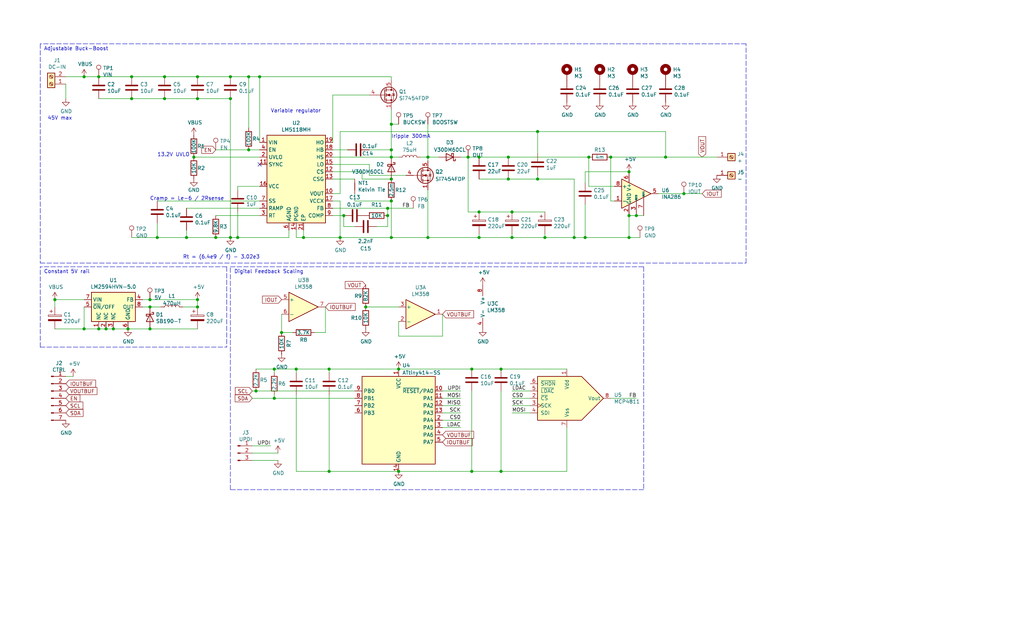
<source format=kicad_sch>
(kicad_sch (version 20211123) (generator eeschema)
  (paper "USLegal")
  (title_block (title "LabPSU Buck-Boost Adjust") (date "2022-02-27") (rev "1") (company "Alan Hsu") (comment 1 "Input 20-45V nominally") (comment 2 "0-40V 0-9A output") (comment 3 "Digital feedback scaling IC with i2c interface"))
  (lib_symbols
    (symbol "Amplifier_Current:INA286" (pin_names (offset 0.127))
      (property "Reference" "U" (at 3.81 3.81 0))
      (property "Value" "INA286" (at 3.81 -2.54 0))
      (symbol "INA286_1_1"
        (pin input line (at -7.62 -2.54 0) (length 2.54) (name "-") (number "1"))
        (pin power_in line (at -2.54 -7.62 90) (length 3.81) (name "GND") (number "2"))
        (pin input line (at 0 -7.62 90) (length 5.08) (name "REF2") (number "3"))
        (pin no_connect line (at -5.08 0 0) (length 2.54) hide (name "NC") (number "4"))
        (pin input line (at 7.62 0 180) (length 2.54) (name "~") (number "5"))
        (pin input line (at -2.54 7.62 270) (length 3.81) (name "V+") (number "6"))
        (pin input line (at 2.54 -7.62 90) (length 6.35) (name "REF1") (number "7"))
        (pin input line (at -7.62 2.54 0) (length 2.54) (name "+") (number "8"))
      )
    )
    (symbol "Amplifier_Operational:LM358" (pin_names (offset 0.127))
      (property "Reference" "U" (at 0 5.08 0))
      (property "Value" "LM358" (at 0 -5.08 0))
      (symbol "LM358_1_1"
        (pin output line (at 7.62 0 180) (length 2.54) (name "~") (number "1"))
        (pin input line (at -7.62 -2.54 0) (length 2.54) (name "-") (number "2"))
        (pin input line (at -7.62 2.54 0) (length 2.54) (name "+") (number "3"))
      )
      (symbol "LM358_2_1"
        (pin input line (at -7.62 2.54 0) (length 2.54) (name "+") (number "5"))
        (pin input line (at -7.62 -2.54 0) (length 2.54) (name "-") (number "6"))
        (pin output line (at 7.62 0 180) (length 2.54) (name "~") (number "7"))
      )
      (symbol "LM358_3_1"
        (pin power_in line (at -2.54 -7.62 90) (length 3.81) (name "V-") (number "4"))
        (pin power_in line (at -2.54 7.62 270) (length 3.81) (name "V+") (number "8"))
      )
    )
    (symbol "Analog_DAC:MCP4811" (pin_names (offset 1.016))
      (property "Reference" "U" (at 1.27 10.795 0))
      (property "Value" "MCP4811" (at 1.27 8.89 0))
      (symbol "MCP4811_1_1"
        (pin power_in line (at 0 10.16 270) (length 2.54) (name "Vdd") (number "1"))
        (pin input line (at -12.7 0 0) (length 2.54) (name "~{CS}") (number "2"))
        (pin input clock (at -12.7 -2.54 0) (length 2.54) (name "SCK") (number "3"))
        (pin input line (at -12.7 -5.08 0) (length 2.54) (name "SDI") (number "4"))
        (pin input line (at -12.7 2.54 0) (length 2.54) (name "~{LDAC}") (number "5"))
        (pin input line (at -12.7 5.08 0) (length 2.54) (name "~{SHDN}") (number "6"))
        (pin power_in line (at 0 -10.16 90) (length 2.54) (name "Vss") (number "7"))
        (pin output line (at 15.24 0 180) (length 2.54) (name "Vout") (number "8"))
      )
    )
    (symbol "Connector:Conn_01x03_Male" (pin_names (offset 1.016) hide)
      (property "Reference" "J" (at 0 5.08 0))
      (property "Value" "Conn_01x03_Male" (at 0 -5.08 0))
      (symbol "Conn_01x03_Male_1_1"
        (pin passive line (at 5.08 2.54 180) (length 3.81) (name "Pin_1") (number "1"))
        (pin passive line (at 5.08 0 180) (length 3.81) (name "Pin_2") (number "2"))
        (pin passive line (at 5.08 -2.54 180) (length 3.81) (name "Pin_3") (number "3"))
      )
    )
    (symbol "Connector:Conn_01x07_Male" (pin_names (offset 1.016) hide)
      (property "Reference" "J" (at 0 10.16 0))
      (property "Value" "Conn_01x07_Male" (at 0 -10.16 0))
      (symbol "Conn_01x07_Male_1_1"
        (pin passive line (at 5.08 7.62 180) (length 3.81) (name "Pin_1") (number "1"))
        (pin passive line (at 5.08 5.08 180) (length 3.81) (name "Pin_2") (number "2"))
        (pin passive line (at 5.08 2.54 180) (length 3.81) (name "Pin_3") (number "3"))
        (pin passive line (at 5.08 0 180) (length 3.81) (name "Pin_4") (number "4"))
        (pin passive line (at 5.08 -2.54 180) (length 3.81) (name "Pin_5") (number "5"))
        (pin passive line (at 5.08 -5.08 180) (length 3.81) (name "Pin_6") (number "6"))
        (pin passive line (at 5.08 -7.62 180) (length 3.81) (name "Pin_7") (number "7"))
      )
    )
    (symbol "Connector:Screw_Terminal_01x01" (pin_names (offset 1.016) hide)
      (property "Reference" "J" (at 0 2.54 0))
      (property "Value" "Screw_Terminal_01x01" (at 0 -2.54 0))
      (symbol "Screw_Terminal_01x01_1_1"
        (pin passive line (at -5.08 0 0) (length 3.81) (name "Pin_1") (number "1"))
      )
    )
    (symbol "Connector:Screw_Terminal_01x02" (pin_names (offset 1.016) hide)
      (property "Reference" "J" (at 0 2.54 0))
      (property "Value" "Screw_Terminal_01x02" (at 0 -5.08 0))
      (symbol "Screw_Terminal_01x02_1_1"
        (pin passive line (at -5.08 0 0) (length 3.81) (name "Pin_1") (number "1"))
        (pin passive line (at -5.08 -2.54 0) (length 3.81) (name "Pin_2") (number "2"))
      )
    )
    (symbol "Connector:TestPoint" (pin_numbers hide) (pin_names (offset 0.762) hide)
      (property "Reference" "TP" (at 0 6.858 0))
      (property "Value" "TestPoint" (at 0 5.08 0))
      (symbol "TestPoint_1_1"
        (pin passive line (at 0 0 90) (length 2.54) (name "1") (number "1"))
      )
    )
    (symbol "Device:C" (pin_numbers hide) (pin_names (offset 0.254))
      (property "Reference" "C" (at 0.635 2.54 0))
      (property "Value" "C" (at 0.635 -2.54 0))
      (symbol "C_1_1"
        (pin passive line (at 0 3.81 270) (length 2.794) (name "~") (number "1"))
        (pin passive line (at 0 -3.81 90) (length 2.794) (name "~") (number "2"))
      )
    )
    (symbol "Device:CP" (pin_numbers hide) (pin_names (offset 0.254))
      (property "Reference" "C" (at 0.635 2.54 0))
      (property "Value" "Device_CP" (at 0.635 -2.54 0))
      (symbol "CP_1_1"
        (pin passive line (at 0 3.81 270) (length 2.794) (name "~") (number "1"))
        (pin passive line (at 0 -3.81 90) (length 2.794) (name "~") (number "2"))
      )
    )
    (symbol "Device:D_Schottky" (pin_numbers hide) (pin_names (offset 1.016) hide)
      (property "Reference" "D" (at 0 2.54 0))
      (property "Value" "D_Schottky" (at 0 -2.54 0))
      (symbol "D_Schottky_1_1"
        (pin passive line (at -3.81 0 0) (length 2.54) (name "K") (number "1"))
        (pin passive line (at 3.81 0 180) (length 2.54) (name "A") (number "2"))
      )
    )
    (symbol "Device:L" (pin_numbers hide) (pin_names (offset 1.016) hide)
      (property "Reference" "L" (at -1.27 0 90))
      (property "Value" "L" (at 1.905 0 90))
      (symbol "L_1_1"
        (pin passive line (at 0 3.81 270) (length 1.27) (name "1") (number "1"))
        (pin passive line (at 0 -3.81 90) (length 1.27) (name "2") (number "2"))
      )
    )
    (symbol "Device:Net-Tie_2" (pin_numbers hide) (pin_names (offset 0) hide)
      (property "Reference" "NT" (at 0 1.27 0))
      (property "Value" "Device_Net-Tie_2" (at 0 -1.27 0))
      (symbol "Net-Tie_2_1_1"
        (pin passive line (at -2.54 0 0) (length 2.54) (name "1") (number "1"))
        (pin passive line (at 2.54 0 180) (length 2.54) (name "2") (number "2"))
      )
    )
    (symbol "Device:R" (pin_numbers hide) (pin_names (offset 0))
      (property "Reference" "R" (at 2.032 0 90))
      (property "Value" "R" (at 0 0 90))
      (symbol "R_1_1"
        (pin passive line (at 0 3.81 270) (length 1.27) (name "~") (number "1"))
        (pin passive line (at 0 -3.81 90) (length 1.27) (name "~") (number "2"))
      )
    )
    (symbol "MCU_Microchip_ATtiny:ATtiny414-SS"
      (property "Reference" "U" (at -12.7 16.51 0))
      (property "Value" "ATtiny414-SS" (at 2.54 -16.51 0))
      (symbol "ATtiny414-SS_1_1"
        (pin power_in line (at 0 17.78 270) (length 2.54) (name "VCC") (number "1"))
        (pin bidirectional line (at 15.24 10.16 180) (length 2.54) (name "~{RESET}/PA0") (number "10"))
        (pin bidirectional line (at 15.24 7.62 180) (length 2.54) (name "PA1") (number "11"))
        (pin bidirectional line (at 15.24 5.08 180) (length 2.54) (name "PA2") (number "12"))
        (pin bidirectional line (at 15.24 2.54 180) (length 2.54) (name "PA3") (number "13"))
        (pin power_in line (at 0 -17.78 90) (length 2.54) (name "GND") (number "14"))
        (pin bidirectional line (at 15.24 0 180) (length 2.54) (name "PA4") (number "2"))
        (pin bidirectional line (at 15.24 -2.54 180) (length 2.54) (name "PA5") (number "3"))
        (pin bidirectional line (at 15.24 -5.08 180) (length 2.54) (name "PA6") (number "4"))
        (pin bidirectional line (at 15.24 -7.62 180) (length 2.54) (name "PA7") (number "5"))
        (pin bidirectional line (at -15.24 2.54 0) (length 2.54) (name "PB3") (number "6"))
        (pin bidirectional line (at -15.24 5.08 0) (length 2.54) (name "PB2") (number "7"))
        (pin bidirectional line (at -15.24 7.62 0) (length 2.54) (name "PB1") (number "8"))
        (pin bidirectional line (at -15.24 10.16 0) (length 2.54) (name "PB0") (number "9"))
      )
    )
    (symbol "Mechanical:MountingHole_Pad" (pin_numbers hide) (pin_names (offset 1.016) hide)
      (property "Reference" "H" (at 0 6.35 0))
      (property "Value" "MountingHole_Pad" (at 0 4.445 0))
      (symbol "MountingHole_Pad_1_1"
        (pin input line (at 0 -2.54 90) (length 2.54) (name "1") (number "1"))
      )
    )
    (symbol "Regulator_Switching:LM2594HVN-5.0"
      (property "Reference" "U" (at -7.62 6.35 0))
      (property "Value" "LM2594HVN-5.0" (at 0 6.35 0))
      (symbol "LM2594HVN-5.0_1_1"
        (pin passive line (at -5.08 -7.62 90) (length 2.54) (name "NC") (number "1"))
        (pin passive line (at -2.54 -7.62 90) (length 2.54) (name "NC") (number "2"))
        (pin passive line (at 0 -7.62 90) (length 2.54) (name "NC") (number "3"))
        (pin input line (at 10.16 2.54 180) (length 2.54) (name "FB") (number "4"))
        (pin input line (at -10.16 0 0) (length 2.54) (name "~{ON}/OFF") (number "5"))
        (pin power_in line (at 5.08 -7.62 90) (length 2.54) (name "GND") (number "6"))
        (pin power_in line (at -10.16 2.54 0) (length 2.54) (name "VIN") (number "7"))
        (pin output line (at 10.16 0 180) (length 2.54) (name "OUT") (number "8"))
      )
    )
    (symbol "Regulator_Switching:LM5118MH"
      (property "Reference" "U" (at -12.7 19.05 0))
      (property "Value" "LM5118MH" (at -12.7 16.51 0))
      (symbol "LM5118MH_1_1"
        (pin power_in line (at -12.7 12.7 0) (length 2.54) (name "VIN") (number "1"))
        (pin input line (at 12.7 -5.08 180) (length 2.54) (name "VOUT") (number "10"))
        (pin input line (at -12.7 5.08 0) (length 2.54) (name "SYNC") (number "11"))
        (pin input line (at 12.7 2.54 180) (length 2.54) (name "CS") (number "12"))
        (pin input line (at 12.7 0 180) (length 2.54) (name "CSG") (number "13"))
        (pin power_in line (at 0 -17.78 90) (length 2.54) (name "PGND") (number "14"))
        (pin output line (at 12.7 5.08 180) (length 2.54) (name "LO") (number "15"))
        (pin power_out line (at -12.7 -2.54 0) (length 2.54) (name "VCC") (number "16"))
        (pin power_in line (at 12.7 -7.62 180) (length 2.54) (name "VCCX") (number "17"))
        (pin passive line (at 12.7 10.16 180) (length 2.54) (name "HB") (number "18"))
        (pin output line (at 12.7 12.7 180) (length 2.54) (name "HO") (number "19"))
        (pin input line (at -12.7 7.62 0) (length 2.54) (name "UVLO") (number "2"))
        (pin passive line (at 12.7 7.62 180) (length 2.54) (name "HS") (number "20"))
        (pin passive line (at 2.54 -17.78 90) (length 2.54) (name "EP") (number "21"))
        (pin passive line (at -12.7 -12.7 0) (length 2.54) (name "RT") (number "3"))
        (pin input line (at -12.7 10.16 0) (length 2.54) (name "EN") (number "4"))
        (pin passive line (at -12.7 -10.16 0) (length 2.54) (name "RAMP") (number "5"))
        (pin power_in line (at -2.54 -17.78 90) (length 2.54) (name "AGND") (number "6"))
        (pin passive line (at -12.7 -7.62 0) (length 2.54) (name "SS") (number "7"))
        (pin input line (at 12.7 -10.16 180) (length 2.54) (name "FB") (number "8"))
        (pin output line (at 12.7 -12.7 180) (length 2.54) (name "COMP") (number "9"))
      )
    )
    (symbol "Transistor_FET:Si7336ADP" (pin_names hide)
      (property "Reference" "Q" (at 5.08 1.905 0))
      (property "Value" "Si7336ADP" (at 5.08 0 0))
      (symbol "Si7336ADP_1_1"
        (pin passive line (at 2.54 -5.08 90) (length 2.54) (name "S") (number "1"))
        (pin passive line (at 2.54 -5.08 90) (length 2.54) hide (name "S") (number "2"))
        (pin passive line (at 2.54 -5.08 90) (length 2.54) hide (name "S") (number "3"))
        (pin input line (at -5.08 0 0) (length 2.54) (name "G") (number "4"))
        (pin passive line (at 2.54 5.08 270) (length 2.54) (name "D") (number "5"))
      )
    )
    (symbol "power:+5V" (power) (pin_names (offset 0))
      (property "Value" "+5V" (at 0 3.556 0))
      (symbol "+5V_1_1"
        (pin power_in line (at 0 0 90) (length 0) hide (name "+5V") (number "1"))
      )
    )
    (symbol "power:GND" (power) (pin_names (offset 0))
      (property "Value" "GND" (at 0 -3.81 0))
      (symbol "GND_1_1"
        (pin power_in line (at 0 0 270) (length 0) hide (name "GND") (number "1"))
      )
    )
    (symbol "power:VBUS" (power) (pin_names (offset 0))
      (property "Value" "VBUS" (at 0 3.81 0))
      (symbol "VBUS_1_1"
        (pin power_in line (at 0 0 90) (length 0) hide (name "VBUS") (number "1"))
      )
    )
  )
  (junction (at 134.62 72.39))
  (junction (at 138.43 128.27))
  (junction (at 57.15 34.29))
  (junction (at 135.89 82.55))
  (junction (at 86.36 52.07))
  (junction (at 218.44 74.93))
  (junction (at 212.09 54.61))
  (junction (at 138.43 163.83))
  (junction (at 204.47 54.61))
  (junction (at 105.41 82.55))
  (junction (at 186.69 45.72))
  (junction (at 177.8 73.66))
  (junction (at 68.58 34.29))
  (junction (at 95.25 138.43))
  (junction (at 86.36 26.67))
  (junction (at 80.01 26.67))
  (junction (at 54.61 82.55))
  (junction (at 52.07 106.68))
  (junction (at 127 106.68))
  (junction (at 135.89 43.18))
  (junction (at 220.98 74.93))
  (junction (at 45.72 34.29))
  (junction (at 74.93 82.55))
  (junction (at 218.44 59.69))
  (junction (at 102.87 128.27))
  (junction (at 148.59 54.61))
  (junction (at 95.25 128.27))
  (junction (at 57.15 26.67))
  (junction (at 166.37 54.61))
  (junction (at 186.69 62.23))
  (junction (at 68.58 26.67))
  (junction (at 166.37 82.55))
  (junction (at 199.39 82.55))
  (junction (at 82.55 82.55))
  (junction (at 114.3 128.27))
  (junction (at 118.11 82.55))
  (junction (at 36.83 114.3))
  (junction (at 29.21 114.3))
  (junction (at 80.01 82.55))
  (junction (at 173.99 163.83))
  (junction (at 135.89 54.61))
  (junction (at 189.23 82.55))
  (junction (at 64.77 82.55))
  (junction (at 135.89 52.07))
  (junction (at 68.58 104.14))
  (junction (at 19.05 104.14))
  (junction (at 166.37 73.66))
  (junction (at 148.59 82.55))
  (junction (at 163.83 163.83))
  (junction (at 114.3 163.83))
  (junction (at 177.8 82.55))
  (junction (at 162.56 54.61))
  (junction (at 97.79 115.57))
  (junction (at 134.62 74.93))
  (junction (at 231.14 54.61))
  (junction (at 218.44 82.55))
  (junction (at 29.21 26.67))
  (junction (at 135.89 62.23))
  (junction (at 173.99 128.27))
  (junction (at 34.29 26.67))
  (junction (at 39.37 114.3))
  (junction (at 88.9 135.89))
  (junction (at 34.29 114.3))
  (junction (at 67.31 54.61))
  (junction (at 237.49 67.31))
  (junction (at 45.72 26.67))
  (junction (at 163.83 128.27))
  (junction (at 119.38 74.93))
  (junction (at 68.58 106.68))
  (junction (at 80.01 34.29))
  (junction (at 90.17 26.67))
  (junction (at 176.53 54.61))
  (junction (at 52.07 104.14))
  (junction (at 52.07 114.3))
  (junction (at 44.45 114.3))
  (junction (at 176.53 62.23))
  (junction (at 135.89 69.85))
  (junction (at 203.2 82.55))
  (no_connect (at 90.17 57.15))
  (wire (pts (xy 102.87 128.27) (xy 102.87 129.54)))
  (polyline (pts (xy 259.08 15.24) (xy 13.97 15.24)))
  (wire (pts (xy 54.61 82.55) (xy 64.77 82.55)))
  (wire (pts (xy 80.01 34.29) (xy 80.01 82.55)))
  (wire (pts (xy 138.43 116.84) (xy 153.67 116.84)))
  (polyline (pts (xy 259.08 91.44) (xy 259.08 15.24)))
  (wire (pts (xy 173.99 163.83) (xy 196.85 163.83)))
  (wire (pts (xy 118.11 82.55) (xy 105.41 82.55)))
  (wire (pts (xy 119.38 74.93) (xy 115.57 74.93)))
  (wire (pts (xy 39.37 114.3) (xy 44.45 114.3)))
  (wire (pts (xy 82.55 82.55) (xy 100.33 82.55)))
  (wire (pts (xy 204.47 64.77) (xy 204.47 54.61)))
  (wire (pts (xy 52.07 106.68) (xy 55.88 106.68)))
  (wire (pts (xy 52.07 114.3) (xy 68.58 114.3)))
  (wire (pts (xy 196.85 163.83) (xy 196.85 148.59)))
  (wire (pts (xy 113.03 106.68) (xy 113.03 115.57)))
  (wire (pts (xy 74.93 74.93) (xy 90.17 74.93)))
  (wire (pts (xy 153.67 140.97) (xy 160.02 140.97)))
  (wire (pts (xy 19.05 104.14) (xy 29.21 104.14)))
  (wire (pts (xy 115.57 72.39) (xy 134.62 72.39)))
  (wire (pts (xy 123.19 62.23) (xy 115.57 62.23)))
  (wire (pts (xy 105.41 82.55) (xy 105.41 80.01)))
  (wire (pts (xy 189.23 81.28) (xy 189.23 82.55)))
  (wire (pts (xy 222.25 82.55) (xy 218.44 82.55)))
  (polyline (pts (xy 80.01 170.18) (xy 80.01 92.71)))
  (wire (pts (xy 162.56 73.66) (xy 162.56 54.61)))
  (wire (pts (xy 135.89 62.23) (xy 125.73 62.23)))
  (wire (pts (xy 148.59 54.61) (xy 152.4 54.61)))
  (wire (pts (xy 173.99 128.27) (xy 163.83 128.27)))
  (wire (pts (xy 64.77 80.01) (xy 64.77 82.55)))
  (wire (pts (xy 135.89 26.67) (xy 90.17 26.67)))
  (wire (pts (xy 118.11 67.31) (xy 118.11 45.72)))
  (wire (pts (xy 102.87 80.01) (xy 102.87 82.55)))
  (wire (pts (xy 203.2 71.12) (xy 203.2 82.55)))
  (wire (pts (xy 162.56 73.66) (xy 166.37 73.66)))
  (wire (pts (xy 212.09 138.43) (xy 220.98 138.43)))
  (wire (pts (xy 82.55 64.77) (xy 90.17 64.77)))
  (wire (pts (xy 86.36 52.07) (xy 74.93 52.07)))
  (wire (pts (xy 45.72 34.29) (xy 57.15 34.29)))
  (wire (pts (xy 29.21 114.3) (xy 34.29 114.3)))
  (wire (pts (xy 119.38 78.74) (xy 119.38 74.93)))
  (wire (pts (xy 203.2 59.69) (xy 203.2 63.5)))
  (polyline (pts (xy 223.52 170.18) (xy 80.01 170.18)))
  (wire (pts (xy 166.37 82.55) (xy 177.8 82.55)))
  (wire (pts (xy 212.09 54.61) (xy 212.09 69.85)))
  (wire (pts (xy 82.55 73.66) (xy 82.55 82.55)))
  (wire (pts (xy 127 106.68) (xy 138.43 106.68)))
  (wire (pts (xy 177.8 81.28) (xy 177.8 82.55)))
  (wire (pts (xy 184.15 143.51) (xy 177.8 143.51)))
  (wire (pts (xy 102.87 137.16) (xy 102.87 163.83)))
  (wire (pts (xy 68.58 104.14) (xy 52.07 104.14)))
  (wire (pts (xy 86.36 26.67) (xy 90.17 26.67)))
  (wire (pts (xy 34.29 34.29) (xy 45.72 34.29)))
  (wire (pts (xy 231.14 54.61) (xy 248.92 54.61)))
  (wire (pts (xy 148.59 55.88) (xy 148.59 54.61)))
  (wire (pts (xy 153.67 138.43) (xy 160.02 138.43)))
  (wire (pts (xy 97.79 115.57) (xy 101.6 115.57)))
  (wire (pts (xy 86.36 52.07) (xy 90.17 52.07)))
  (wire (pts (xy 87.63 154.94) (xy 93.98 154.94)))
  (wire (pts (xy 22.86 130.81) (xy 25.4 130.81)))
  (wire (pts (xy 68.58 106.68) (xy 68.58 104.14)))
  (wire (pts (xy 231.14 45.72) (xy 231.14 54.61)))
  (wire (pts (xy 115.57 54.61) (xy 135.89 54.61)))
  (polyline (pts (xy 78.74 92.71) (xy 78.74 120.65)))
  (wire (pts (xy 87.63 138.43) (xy 95.25 138.43)))
  (wire (pts (xy 237.49 67.31) (xy 243.84 67.31)))
  (wire (pts (xy 29.21 114.3) (xy 19.05 114.3)))
  (wire (pts (xy 130.81 78.74) (xy 134.62 78.74)))
  (wire (pts (xy 64.77 72.39) (xy 90.17 72.39)))
  (wire (pts (xy 166.37 81.28) (xy 166.37 82.55)))
  (wire (pts (xy 173.99 135.89) (xy 173.99 163.83)))
  (wire (pts (xy 199.39 82.55) (xy 203.2 82.55)))
  (wire (pts (xy 135.89 82.55) (xy 148.59 82.55)))
  (polyline (pts (xy 13.97 120.65) (xy 13.97 92.71)))
  (wire (pts (xy 176.53 62.23) (xy 166.37 62.23)))
  (wire (pts (xy 115.57 33.02) (xy 128.27 33.02)))
  (wire (pts (xy 218.44 59.69) (xy 203.2 59.69)))
  (wire (pts (xy 118.11 45.72) (xy 186.69 45.72)))
  (polyline (pts (xy 13.97 91.44) (xy 259.08 91.44)))
  (wire (pts (xy 128.27 52.07) (xy 135.89 52.07)))
  (wire (pts (xy 176.53 54.61) (xy 204.47 54.61)))
  (wire (pts (xy 95.25 129.54) (xy 95.25 128.27)))
  (wire (pts (xy 95.25 138.43) (xy 123.19 138.43)))
  (wire (pts (xy 88.9 135.89) (xy 123.19 135.89)))
  (wire (pts (xy 19.05 106.68) (xy 19.05 104.14)))
  (wire (pts (xy 177.8 73.66) (xy 189.23 73.66)))
  (wire (pts (xy 153.67 135.89) (xy 160.02 135.89)))
  (wire (pts (xy 166.37 54.61) (xy 176.53 54.61)))
  (wire (pts (xy 34.29 114.3) (xy 36.83 114.3)))
  (wire (pts (xy 138.43 111.76) (xy 138.43 116.84)))
  (wire (pts (xy 220.98 74.93) (xy 223.52 74.93)))
  (wire (pts (xy 163.83 135.89) (xy 163.83 163.83)))
  (wire (pts (xy 102.87 128.27) (xy 114.3 128.27)))
  (wire (pts (xy 177.8 82.55) (xy 189.23 82.55)))
  (wire (pts (xy 88.9 135.89) (xy 87.63 135.89)))
  (wire (pts (xy 90.17 26.67) (xy 90.17 49.53)))
  (wire (pts (xy 218.44 74.93) (xy 220.98 74.93)))
  (wire (pts (xy 153.67 116.84) (xy 153.67 109.22)))
  (wire (pts (xy 135.89 52.07) (xy 135.89 43.18)))
  (wire (pts (xy 115.57 49.53) (xy 115.57 33.02)))
  (wire (pts (xy 228.6 67.31) (xy 237.49 67.31)))
  (wire (pts (xy 80.01 82.55) (xy 82.55 82.55)))
  (polyline (pts (xy 13.97 15.24) (xy 13.97 91.44)))
  (wire (pts (xy 153.67 148.59) (xy 160.02 148.59)))
  (wire (pts (xy 64.77 82.55) (xy 74.93 82.55)))
  (wire (pts (xy 22.86 26.67) (xy 29.21 26.67)))
  (wire (pts (xy 135.89 54.61) (xy 135.89 52.07)))
  (wire (pts (xy 22.86 34.29) (xy 22.86 29.21)))
  (wire (pts (xy 114.3 128.27) (xy 138.43 128.27)))
  (wire (pts (xy 87.63 160.02) (xy 96.52 160.02)))
  (wire (pts (xy 100.33 82.55) (xy 100.33 80.01)))
  (wire (pts (xy 166.37 73.66) (xy 177.8 73.66)))
  (wire (pts (xy 160.02 143.51) (xy 153.67 143.51)))
  (wire (pts (xy 186.69 45.72) (xy 231.14 45.72)))
  (wire (pts (xy 109.22 115.57) (xy 113.03 115.57)))
  (wire (pts (xy 148.59 43.18) (xy 148.59 54.61)))
  (wire (pts (xy 186.69 53.34) (xy 186.69 45.72)))
  (wire (pts (xy 95.25 128.27) (xy 102.87 128.27)))
  (wire (pts (xy 134.62 72.39) (xy 143.51 72.39)))
  (wire (pts (xy 54.61 69.85) (xy 90.17 69.85)))
  (wire (pts (xy 114.3 129.54) (xy 114.3 128.27)))
  (wire (pts (xy 68.58 26.67) (xy 80.01 26.67)))
  (wire (pts (xy 90.17 54.61) (xy 67.31 54.61)))
  (wire (pts (xy 162.56 54.61) (xy 166.37 54.61)))
  (wire (pts (xy 114.3 163.83) (xy 138.43 163.83)))
  (wire (pts (xy 115.57 67.31) (xy 118.11 67.31)))
  (wire (pts (xy 45.72 82.55) (xy 54.61 82.55)))
  (wire (pts (xy 186.69 62.23) (xy 199.39 62.23)))
  (wire (pts (xy 63.5 106.68) (xy 68.58 106.68)))
  (wire (pts (xy 125.73 59.69) (xy 125.73 62.23)))
  (wire (pts (xy 74.93 82.55) (xy 80.01 82.55)))
  (wire (pts (xy 203.2 82.55) (xy 218.44 82.55)))
  (wire (pts (xy 115.57 59.69) (xy 125.73 59.69)))
  (wire (pts (xy 118.11 69.85) (xy 118.11 82.55)))
  (wire (pts (xy 138.43 54.61) (xy 135.89 54.61)))
  (polyline (pts (xy 223.52 92.71) (xy 223.52 170.18)))
  (wire (pts (xy 123.19 67.31) (xy 123.19 69.85)))
  (wire (pts (xy 128.27 60.96) (xy 128.27 57.15)))
  (wire (pts (xy 184.15 135.89) (xy 177.8 135.89)))
  (wire (pts (xy 134.62 72.39) (xy 134.62 74.93)))
  (wire (pts (xy 120.65 52.07) (xy 115.57 52.07)))
  (wire (pts (xy 36.83 114.3) (xy 39.37 114.3)))
  (wire (pts (xy 138.43 128.27) (xy 163.83 128.27)))
  (wire (pts (xy 115.57 69.85) (xy 118.11 69.85)))
  (wire (pts (xy 102.87 82.55) (xy 105.41 82.55)))
  (wire (pts (xy 212.09 69.85) (xy 213.36 69.85)))
  (wire (pts (xy 87.63 157.48) (xy 96.52 157.48)))
  (wire (pts (xy 115.57 57.15) (xy 128.27 57.15)))
  (wire (pts (xy 45.72 26.67) (xy 57.15 26.67)))
  (wire (pts (xy 80.01 26.67) (xy 86.36 26.67)))
  (wire (pts (xy 86.36 44.45) (xy 86.36 26.67)))
  (wire (pts (xy 135.89 43.18) (xy 135.89 38.1)))
  (wire (pts (xy 118.11 82.55) (xy 135.89 82.55)))
  (wire (pts (xy 138.43 43.18) (xy 135.89 43.18)))
  (wire (pts (xy 95.25 138.43) (xy 95.25 137.16)))
  (wire (pts (xy 135.89 27.94) (xy 135.89 26.67)))
  (wire (pts (xy 140.97 60.96) (xy 128.27 60.96)))
  (wire (pts (xy 57.15 34.29) (xy 68.58 34.29)))
  (wire (pts (xy 34.29 26.67) (xy 29.21 26.67)))
  (wire (pts (xy 148.59 82.55) (xy 166.37 82.55)))
  (wire (pts (xy 160.02 54.61) (xy 162.56 54.61)))
  (wire (pts (xy 54.61 77.47) (xy 54.61 82.55)))
  (wire (pts (xy 212.09 54.61) (xy 231.14 54.61)))
  (wire (pts (xy 184.15 138.43) (xy 177.8 138.43)))
  (wire (pts (xy 95.25 128.27) (xy 88.9 128.27)))
  (wire (pts (xy 123.19 78.74) (xy 119.38 78.74)))
  (wire (pts (xy 97.79 115.57) (xy 97.79 109.22)))
  (wire (pts (xy 176.53 62.23) (xy 186.69 62.23)))
  (wire (pts (xy 135.89 69.85) (xy 123.19 69.85)))
  (wire (pts (xy 146.05 54.61) (xy 148.59 54.61)))
  (wire (pts (xy 196.85 128.27) (xy 173.99 128.27)))
  (wire (pts (xy 34.29 26.67) (xy 45.72 26.67)))
  (wire (pts (xy 134.62 78.74) (xy 134.62 74.93)))
  (wire (pts (xy 138.43 163.83) (xy 163.83 163.83)))
  (wire (pts (xy 163.83 163.83) (xy 173.99 163.83)))
  (wire (pts (xy 52.07 104.14) (xy 49.53 104.14)))
  (polyline (pts (xy 13.97 120.65) (xy 78.74 120.65)))
  (wire (pts (xy 148.59 66.04) (xy 148.59 82.55)))
  (wire (pts (xy 177.8 140.97) (xy 184.15 140.97)))
  (wire (pts (xy 57.15 26.67) (xy 68.58 26.67)))
  (wire (pts (xy 213.36 64.77) (xy 204.47 64.77)))
  (wire (pts (xy 189.23 82.55) (xy 199.39 82.55)))
  (wire (pts (xy 114.3 163.83) (xy 102.87 163.83)))
  (wire (pts (xy 135.89 69.85) (xy 135.89 82.55)))
  (wire (pts (xy 44.45 114.3) (xy 52.07 114.3)))
  (polyline (pts (xy 80.01 92.71) (xy 223.52 92.71)))
  (wire (pts (xy 186.69 60.96) (xy 186.69 62.23)))
  (wire (pts (xy 114.3 137.16) (xy 114.3 163.83)))
  (wire (pts (xy 82.55 66.04) (xy 82.55 64.77)))
  (wire (pts (xy 49.53 106.68) (xy 52.07 106.68)))
  (wire (pts (xy 153.67 146.05) (xy 160.02 146.05)))
  (wire (pts (xy 218.44 74.93) (xy 218.44 82.55)))
  (wire (pts (xy 199.39 62.23) (xy 199.39 82.55)))
  (wire (pts (xy 80.01 34.29) (xy 68.58 34.29)))
  (wire (pts (xy 29.21 106.68) (xy 29.21 114.3)))
  (polyline (pts (xy 78.74 92.71) (xy 13.97 92.71)))
  (text "Adjustable Buck-Boost" (at 15.24 17.78 0) (effects (font (size 1.27 1.27)) (justify left bottom)))
  (text "Cramp = Le-6 / 2Rsense" (at 52.07 69.85 0) (effects (font (size 1.27 1.27)) (justify left bottom)))
  (text "Iripple 300mA" (at 135.89 48.26 0) (effects (font (size 1.27 1.27)) (justify left bottom)))
  (text "Rt = (6.4e9 / f) - 3.02e3" (at 63.5 90.17 0) (effects (font (size 1.27 1.27)) (justify left bottom)))
  (text "45V max" (at 16.51 41.91 0) (effects (font (size 1.27 1.27)) (justify left bottom)))
  (text "13.2V UVLO" (at 54.61 54.61 0) (effects (font (size 1.27 1.27)) (justify left bottom)))
  (text "Digital Feedback Scaling" (at 81.28 95.25 0) (effects (font (size 1.27 1.27)) (justify left bottom)))
  (text "Variable regulator" (at 93.98 39.37 0) (effects (font (size 1.27 1.27)) (justify left bottom)))
  (text "Constant 5V rail" (at 15.24 95.25 0) (effects (font (size 1.27 1.27)) (justify left bottom)))
  (label "CS0" (at 177.8 138.43 0))
  (label "CS0" (at 160.02 146.05 180))
  (label "MOSI" (at 177.8 143.51 0))
  (label "FB" (at 220.98 138.43 180))
  (label "LDAC" (at 160.02 148.59 180))
  (label "SCK" (at 160.02 143.51 180))
  (label "FB" (at 142.24 72.39 180))
  (label "MISO" (at 160.02 140.97 180))
  (label "UPDI" (at 93.98 154.94 180))
  (label "MOSI" (at 160.02 138.43 180))
  (label "LDAC" (at 177.8 135.89 0))
  (label "UPDI" (at 160.02 135.89 180))
  (label "SCK" (at 177.8 140.97 0))
  (global_label "IOUTBUF" (shape input) (at 22.86 133.35 0) (property "Intersheet References" "${INTERSHEET_REFS}" (effects hide)))
  (global_label "VOUTBUF" (shape input) (at 153.67 151.13 0) (property "Intersheet References" "${INTERSHEET_REFS}" (effects hide)))
  (global_label "VOUT" (shape input) (at 127 99.06 180) (property "Intersheet References" "${INTERSHEET_REFS}" (effects hide)))
  (global_label "EN" (shape input) (at 74.93 52.07 180) (property "Intersheet References" "${INTERSHEET_REFS}" (effects hide)))
  (global_label "SCL" (shape input) (at 22.86 140.97 0) (property "Intersheet References" "${INTERSHEET_REFS}" (effects hide)))
  (global_label "IOUTBUF" (shape input) (at 153.67 153.67 0) (property "Intersheet References" "${INTERSHEET_REFS}" (effects hide)))
  (global_label "VOUT" (shape input) (at 243.84 54.61 90) (property "Intersheet References" "${INTERSHEET_REFS}" (effects hide)))
  (global_label "IOUTBUF" (shape input) (at 113.03 106.68 0) (property "Intersheet References" "${INTERSHEET_REFS}" (effects hide)))
  (global_label "VOUTBUF" (shape input) (at 153.67 109.22 0) (property "Intersheet References" "${INTERSHEET_REFS}" (effects hide)))
  (global_label "IOUT" (shape input) (at 243.84 67.31 0) (property "Intersheet References" "${INTERSHEET_REFS}" (effects hide)))
  (global_label "SDA" (shape input) (at 22.86 143.51 0) (property "Intersheet References" "${INTERSHEET_REFS}" (effects hide)))
  (global_label "SCL" (shape input) (at 87.63 135.89 180) (property "Intersheet References" "${INTERSHEET_REFS}" (effects hide)))
  (global_label "EN" (shape input) (at 22.86 138.43 0) (property "Intersheet References" "${INTERSHEET_REFS}" (effects hide)))
  (global_label "IOUT" (shape input) (at 97.79 104.14 180) (property "Intersheet References" "${INTERSHEET_REFS}" (effects hide)))
  (global_label "VOUTBUF" (shape input) (at 22.86 135.89 0) (property "Intersheet References" "${INTERSHEET_REFS}" (effects hide)))
  (global_label "SDA" (shape input) (at 87.63 138.43 180) (property "Intersheet References" "${INTERSHEET_REFS}" (effects hide)))
  (symbol (lib_id "Connector:Screw_Terminal_01x02") (at 17.78 29.21 180) (unit 1)
    (property "Reference" "J1" (at 19.8628 20.955 0))
    (property "Value" "DC-IN" (at 19.8628 23.2664 0))
    (property "Footprint" "Connector_AMASS:AMASS_XT60-F_1x02_P7.20mm_Vertical" (effects hide))
  )
  (symbol (lib_id "power:VBUS") (at 29.21 26.67 0) (unit 1)
    (property "Reference" "#PWR05" (effects hide))
    (property "Value" "VBUS" (at 29.591 22.2758 0))
  )
  (symbol (lib_id "power:GND") (at 22.86 34.29 0) (unit 1)
    (property "Reference" "#PWR02" (effects hide))
    (property "Value" "GND" (at 22.987 38.6842 0))
  )
  (symbol (lib_id "Device:C") (at 34.29 30.48 0) (unit 1)
    (property "Reference" "C2" (at 37.211 29.3116 0) (effects (justify left)))
    (property "Value" "10uF" (at 37.211 31.623 0) (effects (justify left)))
    (property "Footprint" "Capacitor_SMD:C_1206_3216Metric" (effects hide))
  )
  (symbol (lib_id "Device:C") (at 45.72 30.48 0) (unit 1)
    (property "Reference" "C3" (at 48.641 29.3116 0) (effects (justify left)))
    (property "Value" "10uF" (at 48.641 31.623 0) (effects (justify left)))
    (property "Footprint" "Capacitor_SMD:C_1206_3216Metric" (effects hide))
  )
  (symbol (lib_id "Device:C") (at 64.77 76.2 0) (unit 1)
    (property "Reference" "C6" (at 67.691 75.0316 0) (effects (justify left)))
    (property "Value" "0.1uF" (at 67.691 77.343 0) (effects (justify left)))
    (property "Footprint" "Capacitor_SMD:C_0603_1608Metric" (effects hide))
  )
  (symbol (lib_id "Device:C") (at 57.15 30.48 0) (unit 1)
    (property "Reference" "C5" (at 60.071 29.3116 0) (effects (justify left)))
    (property "Value" "10uF" (at 60.071 31.623 0) (effects (justify left)))
    (property "Footprint" "Capacitor_SMD:C_1206_3216Metric" (effects hide))
  )
  (symbol (lib_id "Device:C") (at 68.58 30.48 0) (unit 1)
    (property "Reference" "C7" (at 71.501 29.3116 0) (effects (justify left)))
    (property "Value" "10uF" (at 71.501 31.623 0) (effects (justify left)))
    (property "Footprint" "Capacitor_SMD:C_1206_3216Metric" (effects hide))
  )
  (symbol (lib_id "Transistor_FET:Si7336ADP") (at 133.35 33.02 0) (unit 1)
    (property "Reference" "Q1" (at 138.5316 31.8516 0) (effects (justify left)))
    (property "Value" "Si7454FDP" (at 138.5316 34.163 0) (effects (justify left)))
    (property "Footprint" "Package_SO:PowerPAK_SO-8_Single" (effects hide))
    (property "Datasheet" "https://www.vishay.com/docs/73152/si7336adp.pdf" (effects hide))
  )
  (symbol (lib_id "Transistor_FET:Si7336ADP") (at 146.05 60.96 0) (unit 1)
    (property "Reference" "Q2" (at 151.13 59.69 0) (effects (justify left)))
    (property "Value" "Si7454FDP" (at 151.13 62.23 0) (effects (justify left)))
    (property "Footprint" "Package_SO:PowerPAK_SO-8_Single" (effects hide))
    (property "Datasheet" "https://www.vishay.com/docs/73152/si7336adp.pdf" (effects hide))
  )
  (symbol (lib_id "Device:C") (at 82.55 69.85 0) (unit 1)
    (property "Reference" "C10" (at 85.471 68.6816 0) (effects (justify left)))
    (property "Value" "1uF" (at 85.471 70.993 0) (effects (justify left)))
    (property "Footprint" "Capacitor_SMD:C_0805_2012Metric" (effects hide))
  )
  (symbol (lib_id "Device:C") (at 80.01 30.48 0) (unit 1)
    (property "Reference" "C9" (at 82.931 29.3116 0) (effects (justify left)))
    (property "Value" "0.1uF" (at 82.931 31.623 0) (effects (justify left)))
    (property "Footprint" "Capacitor_SMD:C_0805_2012Metric" (effects hide))
  )
  (symbol (lib_id "Device:C") (at 124.46 52.07 90) (unit 1)
    (property "Reference" "C14" (at 125.73 53.34 90) (effects (justify right)))
    (property "Value" "0.1uF" (at 125.73 50.8 90) (effects (justify right)))
    (property "Footprint" "Capacitor_SMD:C_0805_2012Metric" (effects hide))
  )
  (symbol (lib_id "Device:L") (at 142.24 54.61 90) (unit 1)
    (property "Reference" "L2" (at 142.24 49.784 90))
    (property "Value" "75uH" (at 142.24 52.0954 90))
    (property "Footprint" "footprints:Vishay IHLP8787" (effects hide))
  )
  (symbol (lib_id "Device:R") (at 86.36 48.26 0) (unit 1)
    (property "Reference" "R4" (at 87.63 48.26 0) (effects (justify left)))
    (property "Value" "100K" (at 86.36 48.26 90))
    (property "Footprint" "Resistor_SMD:R_0805_2012Metric" (effects hide))
  )
  (symbol (lib_id "Device:R") (at 74.93 78.74 0) (unit 1)
    (property "Reference" "R3" (at 76.2 78.74 0) (effects (justify left)))
    (property "Value" "9.8K" (at 74.93 78.74 90))
    (property "Footprint" "Resistor_SMD:R_0805_2012Metric" (effects hide))
  )
  (symbol (lib_id "Device:D_Schottky") (at 156.21 54.61 180) (unit 1)
    (property "Reference" "D3" (at 156.21 49.53 0))
    (property "Value" "V30DM60CL" (at 156.21 52.07 0))
    (property "Footprint" "footprints:TO-263AC-3" (effects hide))
  )
  (symbol (lib_id "Device:C") (at 166.37 58.42 0) (unit 1)
    (property "Reference" "C17" (at 169.291 57.2516 0) (effects (justify left)))
    (property "Value" "22uF" (at 169.291 59.563 0) (effects (justify left)))
    (property "Footprint" "Capacitor_SMD:C_2220_5650Metric" (effects hide))
  )
  (symbol (lib_id "Device:D_Schottky") (at 135.89 58.42 270) (unit 1)
    (property "Reference" "D2" (at 133.35 57.15 90) (effects (justify right)))
    (property "Value" "V30DM60CL" (at 133.35 59.69 90) (effects (justify right)))
    (property "Footprint" "footprints:TO-263AC-3" (effects hide))
  )
  (symbol (lib_id "Device:R") (at 208.28 54.61 270) (unit 1)
    (property "Reference" "R13" (at 208.28 52.07 90))
    (property "Value" "4m" (at 208.28 54.61 90))
    (property "Footprint" "Resistor_SMD:R_1206_3216Metric" (effects hide))
  )
  (symbol (lib_id "Device:C") (at 54.61 73.66 0) (unit 1)
    (property "Reference" "C4" (at 57.531 72.4916 0) (effects (justify left)))
    (property "Value" "0.1uF" (at 57.531 74.803 0) (effects (justify left)))
    (property "Footprint" "Capacitor_SMD:C_0603_1608Metric" (effects hide))
  )
  (symbol (lib_id "Device:R") (at 135.89 66.04 0) (unit 1)
    (property "Reference" "R12" (at 137.16 66.04 0) (effects (justify left)))
    (property "Value" "2.5m" (at 135.89 66.04 90))
    (property "Footprint" "Resistor_SMD:R_2512_6332Metric" (effects hide))
  )
  (symbol (lib_id "power:GND") (at 118.11 82.55 0) (unit 1)
    (property "Reference" "#PWR014" (effects hide))
    (property "Value" "GND" (at 118.237 86.9442 0))
  )
  (symbol (lib_id "power:GND") (at 80.01 82.55 0) (unit 1)
    (property "Reference" "#PWR010" (effects hide))
    (property "Value" "GND" (at 80.137 86.9442 0))
  )
  (symbol (lib_id "Device:C") (at 176.53 58.42 0) (unit 1)
    (property "Reference" "C20" (at 179.451 57.2516 0) (effects (justify left)))
    (property "Value" "22uF" (at 179.451 59.563 0) (effects (justify left)))
    (property "Footprint" "Capacitor_SMD:C_2220_5650Metric" (effects hide))
  )
  (symbol (lib_id "Device:C") (at 186.69 57.15 0) (unit 1)
    (property "Reference" "C22" (at 189.611 55.9816 0) (effects (justify left)))
    (property "Value" "1uF" (at 189.611 58.293 0) (effects (justify left)))
    (property "Footprint" "Capacitor_SMD:C_0805_2012Metric" (effects hide))
  )
  (symbol (lib_id "Device:R") (at 127 102.87 0) (unit 1)
    (property "Reference" "R9" (at 125.73 102.87 0) (effects (justify right)))
    (property "Value" "82K" (at 127 102.87 90))
    (property "Footprint" "Resistor_SMD:R_0805_2012Metric" (effects hide))
  )
  (symbol (lib_id "Device:R") (at 130.81 74.93 90) (unit 1)
    (property "Reference" "R11" (at 130.81 71.12 90))
    (property "Value" "10K" (at 130.81 74.93 90))
    (property "Footprint" "Capacitor_SMD:C_0603_1608Metric" (effects hide))
  )
  (symbol (lib_id "Device:C") (at 123.19 74.93 270) (unit 1)
    (property "Reference" "C13" (at 123.19 68.58 90))
    (property "Value" "0.1uF" (at 123.19 71.12 90))
    (property "Footprint" "Capacitor_SMD:C_0603_1608Metric" (effects hide))
  )
  (symbol (lib_id "Device:C") (at 127 78.74 270) (unit 1)
    (property "Reference" "C15" (at 127 86.36 90))
    (property "Value" "2.2nF" (at 127 83.82 90))
    (property "Footprint" "Capacitor_SMD:C_0603_1608Metric" (effects hide))
  )
  (symbol (lib_id "power:+5V") (at 68.58 104.14 0) (unit 1)
    (property "Reference" "#PWR09" (effects hide))
    (property "Value" "+5V" (at 68.961 99.7458 0))
  )
  (symbol (lib_id "Regulator_Switching:LM5118MH") (at 102.87 62.23 0) (unit 1)
    (property "Reference" "U2" (at 102.87 42.7482 0))
    (property "Value" "LM5118MH" (at 102.87 45.0596 0))
    (property "Footprint" "Package_SO:Texas_PWP0020A" (effects hide))
    (property "Datasheet" "https://www.ti.com/lit/ds/symlink/lm5118.pdf" (effects hide))
  )
  (symbol (lib_id "Device:C") (at 203.2 67.31 0) (unit 1)
    (property "Reference" "C25" (at 206.121 66.1416 0) (effects (justify left)))
    (property "Value" "0.1uF" (at 206.121 68.453 0) (effects (justify left)))
    (property "Footprint" "Capacitor_SMD:C_0805_2012Metric" (effects hide))
  )
  (symbol (lib_id "Device:CP") (at 189.23 77.47 0) (unit 1)
    (property "Reference" "C23" (at 192.2272 76.3016 0) (effects (justify left)))
    (property "Value" "220uF" (at 192.2272 78.613 0) (effects (justify left)))
    (property "Footprint" "Capacitor_THT:CP_Radial_D10.0mm_P5.00mm" (effects hide))
  )
  (symbol (lib_id "Device:CP") (at 177.8 77.47 0) (unit 1)
    (property "Reference" "C21" (at 180.7972 76.3016 0) (effects (justify left)))
    (property "Value" "220uF" (at 180.7972 78.613 0) (effects (justify left)))
    (property "Footprint" "Capacitor_THT:CP_Radial_D10.0mm_P5.00mm" (effects hide))
  )
  (symbol (lib_id "Device:CP") (at 166.37 77.47 0) (unit 1)
    (property "Reference" "C18" (at 169.3672 76.3016 0) (effects (justify left)))
    (property "Value" "220uF" (at 169.3672 78.613 0) (effects (justify left)))
    (property "Footprint" "Capacitor_THT:CP_Radial_D10.0mm_P5.00mm" (effects hide))
  )
  (symbol (lib_id "Device:R") (at 127 110.49 0) (unit 1)
    (property "Reference" "R10" (at 125.73 110.49 0) (effects (justify right)))
    (property "Value" "10K" (at 127 110.49 90))
    (property "Footprint" "Resistor_SMD:R_0805_2012Metric" (effects hide))
  )
  (symbol (lib_id "power:GND") (at 167.64 114.3 0) (unit 1)
    (property "Reference" "#PWR019" (effects hide))
    (property "Value" "GND" (at 167.767 118.6942 0))
  )
  (symbol (lib_id "Connector:Conn_01x03_Male") (at 82.55 157.48 0) (unit 1)
    (property "Reference" "J3" (at 85.2932 150.3426 0))
    (property "Value" "UPDI" (at 85.2932 152.654 0))
    (property "Footprint" "Connector_PinHeader_2.54mm:PinHeader_1x03_P2.54mm_Vertical" (effects hide))
  )
  (symbol (lib_id "power:+5V") (at 25.4 130.81 0) (unit 1)
    (property "Reference" "#PWR04" (effects hide))
    (property "Value" "+5V" (at 25.781 126.4158 0))
  )
  (symbol (lib_id "MCU_Microchip_ATtiny:ATtiny414-SS") (at 138.43 146.05 0) (unit 1)
    (property "Reference" "U4" (at 139.7 127 0) (effects (justify left)))
    (property "Value" "ATtiny414-SS" (at 139.7 129.54 0) (effects (justify left)))
    (property "Footprint" "Package_SO:SOIC-14_3.9x8.7mm_P1.27mm" (effects hide))
    (property "Datasheet" "http://ww1.microchip.com/downloads/en/DeviceDoc/40001912A.pdf" (effects hide))
  )
  (symbol (lib_id "power:GND") (at 96.52 160.02 0) (unit 1)
    (property "Reference" "#PWR012" (effects hide))
    (property "Value" "GND" (at 96.647 164.4142 0))
  )
  (symbol (lib_id "Connector:TestPoint") (at 34.29 26.67 0) (unit 1)
    (property "Reference" "TP1" (at 35.7632 23.6728 0) (effects (justify left)))
    (property "Value" "VIN" (at 35.7632 25.9842 0) (effects (justify left)))
    (property "Footprint" "TestPoint:TestPoint_Pad_2.5x2.5mm" (effects hide))
  )
  (symbol (lib_id "Connector:Screw_Terminal_01x01") (at 254 54.61 0) (unit 1)
    (property "Reference" "J4" (at 256.032 53.5432 0) (effects (justify left)))
    (property "Value" "+" (at 256.032 55.8546 0) (effects (justify left)))
    (property "Footprint" "MountingHole:MountingHole_8.4mm_M8_Pad" (effects hide))
  )
  (symbol (lib_id "power:GND") (at 127 114.3 0) (unit 1)
    (property "Reference" "#PWR015" (effects hide))
    (property "Value" "GND" (at 127.127 118.6942 0))
  )
  (symbol (lib_id "power:GND") (at 138.43 163.83 0) (unit 1)
    (property "Reference" "#PWR017" (effects hide))
    (property "Value" "GND" (at 138.557 168.2242 0))
  )
  (symbol (lib_id "Connector:TestPoint") (at 52.07 104.14 0) (unit 1)
    (property "Reference" "TP3" (at 53.5432 101.1428 0) (effects (justify left)))
    (property "Value" "5V" (at 53.5432 103.4542 0) (effects (justify left)))
    (property "Footprint" "TestPoint:TestPoint_Pad_2.5x2.5mm" (effects hide))
  )
  (symbol (lib_id "Amplifier_Operational:LM358") (at 146.05 109.22 0) (unit 1)
    (property "Reference" "U3" (at 146.05 99.8982 0))
    (property "Value" "LM358" (at 146.05 102.2096 0))
    (property "Footprint" "Package_SO:SO-8_3.9x4.9mm_P1.27mm" (effects hide))
    (property "Datasheet" "http://www.ti.com/lit/ds/symlink/lm2904-n.pdf" (effects hide))
  )
  (symbol (lib_id "Amplifier_Operational:LM358") (at 105.41 106.68 0) (unit 2)
    (property "Reference" "U3" (at 105.41 97.3582 0))
    (property "Value" "LM358" (at 105.41 99.6696 0))
    (property "Footprint" "Package_SO:SO-8_3.9x4.9mm_P1.27mm" (effects hide))
    (property "Datasheet" "http://www.ti.com/lit/ds/symlink/lm2904-n.pdf" (effects hide))
  )
  (symbol (lib_id "Amplifier_Operational:LM358") (at 170.18 106.68 0) (unit 3)
    (property "Reference" "U3" (at 169.1132 105.5116 0) (effects (justify left)))
    (property "Value" "LM358" (at 169.1132 107.823 0) (effects (justify left)))
    (property "Footprint" "Package_SO:SO-8_3.9x4.9mm_P1.27mm" (effects hide))
    (property "Datasheet" "http://www.ti.com/lit/ds/symlink/lm2904-n.pdf" (effects hide))
  )
  (symbol (lib_id "Mechanical:MountingHole_Pad") (at 196.85 25.4 0) (unit 1)
    (property "Reference" "H1" (at 199.39 24.1554 0) (effects (justify left)))
    (property "Value" "M3" (at 199.39 26.4668 0) (effects (justify left)))
    (property "Footprint" "MountingHole:MountingHole_3.2mm_M3_Pad" (effects hide))
  )
  (symbol (lib_id "Mechanical:MountingHole_Pad") (at 208.28 25.4 0) (unit 1)
    (property "Reference" "H2" (at 210.82 24.1554 0) (effects (justify left)))
    (property "Value" "M3" (at 210.82 26.4668 0) (effects (justify left)))
    (property "Footprint" "MountingHole:MountingHole_3.2mm_M3_Pad" (effects hide))
  )
  (symbol (lib_id "Connector:TestPoint") (at 74.93 52.07 0) (unit 1)
    (property "Reference" "TP4" (at 76.4032 49.0728 0) (effects (justify left)))
    (property "Value" "EN" (at 76.4032 51.3842 0) (effects (justify left)))
    (property "Footprint" "TestPoint:TestPoint_Pad_2.5x2.5mm" (effects hide))
  )
  (symbol (lib_id "Mechanical:MountingHole_Pad") (at 219.71 25.4 0) (unit 1)
    (property "Reference" "H3" (at 222.25 24.1554 0) (effects (justify left)))
    (property "Value" "M3" (at 222.25 26.4668 0) (effects (justify left)))
    (property "Footprint" "MountingHole:MountingHole_3.2mm_M3_Pad" (effects hide))
  )
  (symbol (lib_id "Device:R") (at 67.31 50.8 0) (unit 1)
    (property "Reference" "R1" (at 69.85 50.8 0))
    (property "Value" "100K" (at 67.31 50.8 90))
    (property "Footprint" "Resistor_SMD:R_0805_2012Metric" (effects hide))
  )
  (symbol (lib_id "Mechanical:MountingHole_Pad") (at 231.14 25.4 0) (unit 1)
    (property "Reference" "H4" (at 233.68 24.1554 0) (effects (justify left)))
    (property "Value" "M3" (at 233.68 26.4668 0) (effects (justify left)))
    (property "Footprint" "MountingHole:MountingHole_3.2mm_M3_Pad" (effects hide))
  )
  (symbol (lib_id "Device:R") (at 67.31 58.42 0) (unit 1)
    (property "Reference" "R2" (at 69.85 58.42 0))
    (property "Value" "10K" (at 67.31 58.42 90))
    (property "Footprint" "Resistor_SMD:R_0805_2012Metric" (effects hide))
  )
  (symbol (lib_id "Device:C") (at 196.85 31.75 0) (unit 1)
    (property "Reference" "C24" (at 199.771 30.5816 0) (effects (justify left)))
    (property "Value" "0.1uF" (at 199.771 32.893 0) (effects (justify left)))
    (property "Footprint" "Capacitor_SMD:C_0805_2012Metric" (effects hide))
  )
  (symbol (lib_id "power:GND") (at 67.31 62.23 0) (unit 1)
    (property "Reference" "#PWR08" (effects hide))
    (property "Value" "GND" (at 67.31 66.04 0))
  )
  (symbol (lib_id "Device:C") (at 208.28 31.75 0) (unit 1)
    (property "Reference" "C26" (at 211.201 30.5816 0) (effects (justify left)))
    (property "Value" "0.1uF" (at 211.201 32.893 0) (effects (justify left)))
    (property "Footprint" "Capacitor_SMD:C_0805_2012Metric" (effects hide))
  )
  (symbol (lib_id "Connector:TestPoint") (at 162.56 54.61 0) (unit 1)
    (property "Reference" "TP8" (at 164.0332 51.6128 0) (effects (justify left)))
    (property "Value" "OUT" (at 164.0332 53.9242 0) (effects (justify left)))
    (property "Footprint" "TestPoint:TestPoint_Pad_2.5x2.5mm" (effects hide))
  )
  (symbol (lib_id "Connector:Screw_Terminal_01x01") (at 254 60.96 0) (unit 1)
    (property "Reference" "J5" (at 256.032 59.8932 0) (effects (justify left)))
    (property "Value" "-" (at 256.032 62.2046 0) (effects (justify left)))
    (property "Footprint" "MountingHole:MountingHole_8.4mm_M8_Pad" (effects hide))
  )
  (symbol (lib_id "Device:L") (at 59.69 106.68 90) (unit 1)
    (property "Reference" "L1" (at 59.69 102.87 90))
    (property "Value" "470uH" (at 59.69 105.41 90))
    (property "Footprint" "Inductor_SMD:L_12x12mm_H8mm" (effects hide))
  )
  (symbol (lib_id "Regulator_Switching:LM2594HVN-5.0") (at 39.37 106.68 0) (unit 1)
    (property "Reference" "U1" (at 39.37 97.3582 0))
    (property "Value" "LM2594HVN-5.0" (at 39.37 99.6696 0))
    (property "Footprint" "Package_DIP:DIP-8_W7.62mm" (effects hide))
    (property "Datasheet" "http://www.ti.com/lit/ds/symlink/lm2594.pdf" (effects hide))
  )
  (symbol (lib_id "Device:D_Schottky") (at 52.07 110.49 270) (unit 1)
    (property "Reference" "D1" (at 54.102 109.3216 90) (effects (justify left)))
    (property "Value" "SB190-T" (at 54.102 111.633 90) (effects (justify left)))
    (property "Footprint" "Diode_THT:D_DO-41_SOD81_P7.62mm_Horizontal" (effects hide))
  )
  (symbol (lib_id "power:GND") (at 248.92 60.96 0) (unit 1)
    (property "Reference" "#PWR025" (effects hide))
    (property "Value" "GND" (at 249.047 65.3542 0))
  )
  (symbol (lib_id "Device:CP") (at 68.58 110.49 0) (unit 1)
    (property "Reference" "C8" (at 71.5772 109.3216 0) (effects (justify left)))
    (property "Value" "220uF" (at 71.5772 111.633 0) (effects (justify left)))
    (property "Footprint" "Capacitor_THT:CP_Radial_D10.0mm_P5.00mm" (effects hide))
  )
  (symbol (lib_id "Connector:TestPoint") (at 143.51 72.39 0) (unit 1)
    (property "Reference" "TP6" (at 144.9832 69.3928 0) (effects (justify left)))
    (property "Value" "FB" (at 144.9832 71.7042 0) (effects (justify left)))
    (property "Footprint" "TestPoint:TestPoint_Pad_2.5x2.5mm" (effects hide))
  )
  (symbol (lib_id "power:VBUS") (at 67.31 46.99 0) (unit 1)
    (property "Reference" "#PWR07" (effects hide))
    (property "Value" "VBUS" (at 67.691 42.5958 0))
  )
  (symbol (lib_id "Device:C") (at 219.71 31.75 0) (unit 1)
    (property "Reference" "C27" (at 222.631 30.5816 0) (effects (justify left)))
    (property "Value" "0.1uF" (at 222.631 32.893 0) (effects (justify left)))
    (property "Footprint" "Capacitor_SMD:C_0805_2012Metric" (effects hide))
  )
  (symbol (lib_id "Connector:TestPoint") (at 237.49 67.31 0) (unit 1)
    (property "Reference" "TP10" (at 238.9632 64.3128 0) (effects (justify left)))
    (property "Value" "IOUT" (at 238.9632 66.6242 0) (effects (justify left)))
    (property "Footprint" "TestPoint:TestPoint_Pad_2.5x2.5mm" (effects hide))
  )
  (symbol (lib_id "Device:C") (at 231.14 31.75 0) (unit 1)
    (property "Reference" "C28" (at 234.061 30.5816 0) (effects (justify left)))
    (property "Value" "0.1uF" (at 234.061 32.893 0) (effects (justify left)))
    (property "Footprint" "Capacitor_SMD:C_0805_2012Metric" (effects hide))
  )
  (symbol (lib_id "Analog_DAC:MCP4811") (at 196.85 138.43 0) (unit 1)
    (property "Reference" "U5" (at 213.2076 137.2616 0) (effects (justify left)))
    (property "Value" "MCP4811" (at 213.2076 139.573 0) (effects (justify left)))
    (property "Footprint" "Package_SO:SO-8_3.9x4.9mm_P1.27mm" (effects hide))
    (property "Datasheet" "http://ww1.microchip.com/downloads/en/DeviceDoc/22244B.pdf" (effects hide))
  )
  (symbol (lib_id "Connector:TestPoint") (at 138.43 43.18 0) (unit 1)
    (property "Reference" "TP5" (at 139.9032 40.1828 0) (effects (justify left)))
    (property "Value" "BUCKSW" (at 139.9032 42.4942 0) (effects (justify left)))
    (property "Footprint" "TestPoint:TestPoint_Pad_2.5x2.5mm" (effects hide))
  )
  (symbol (lib_id "power:GND") (at 196.85 35.56 0) (unit 1)
    (property "Reference" "#PWR020" (effects hide))
    (property "Value" "GND" (at 196.977 39.9542 0))
  )
  (symbol (lib_id "Device:Net-Tie_2") (at 123.19 64.77 270) (unit 1)
    (property "Reference" "NT1" (at 124.3076 63.6016 90) (effects (justify left)))
    (property "Value" "Kelvin Tie" (at 124.3076 65.913 90) (effects (justify left)))
    (property "Footprint" "NetTie:NetTie-2_SMD_Pad0.5mm" (effects hide))
  )
  (symbol (lib_id "power:GND") (at 208.28 35.56 0) (unit 1)
    (property "Reference" "#PWR021" (effects hide))
    (property "Value" "GND" (at 208.407 39.9542 0))
  )
  (symbol (lib_id "Connector:TestPoint") (at 148.59 43.18 0) (unit 1)
    (property "Reference" "TP7" (at 150.0632 40.1828 0) (effects (justify left)))
    (property "Value" "BOOSTSW" (at 150.0632 42.4942 0) (effects (justify left)))
    (property "Footprint" "TestPoint:TestPoint_Pad_2.5x2.5mm" (effects hide))
  )
  (symbol (lib_id "Amplifier_Current:INA286") (at 220.98 67.31 0) (unit 1)
    (property "Reference" "U6" (at 229.7176 66.1416 0) (effects (justify left)))
    (property "Value" "INA286" (at 229.7176 68.453 0) (effects (justify left)))
    (property "Footprint" "Package_SO:SO-8_3.9x4.9mm_P1.27mm" (effects hide))
    (property "Datasheet" "http://www.ti.com/lit/ds/symlink/ina282.pdf" (effects hide))
  )
  (symbol (lib_id "power:GND") (at 219.71 35.56 0) (unit 1)
    (property "Reference" "#PWR023" (effects hide))
    (property "Value" "GND" (at 219.837 39.9542 0))
  )
  (symbol (lib_id "Connector:TestPoint") (at 222.25 82.55 0) (unit 1)
    (property "Reference" "TP9" (at 223.7232 79.5528 0) (effects (justify left)))
    (property "Value" "GND" (at 223.7232 81.8642 0) (effects (justify left)))
    (property "Footprint" "TestPoint:TestPoint_Pad_2.5x2.5mm" (effects hide))
  )
  (symbol (lib_id "power:GND") (at 231.14 35.56 0) (unit 1)
    (property "Reference" "#PWR024" (effects hide))
    (property "Value" "GND" (at 231.267 39.9542 0))
  )
  (symbol (lib_id "Device:C") (at 114.3 133.35 0) (unit 1)
    (property "Reference" "C12" (at 117.221 132.1816 0) (effects (justify left)))
    (property "Value" "0.1uF" (at 117.221 134.493 0) (effects (justify left)))
    (property "Footprint" "Capacitor_SMD:C_0805_2012Metric" (effects hide))
  )
  (symbol (lib_id "Connector:TestPoint") (at 45.72 82.55 0) (unit 1)
    (property "Reference" "TP2" (at 47.1932 79.5528 0) (effects (justify left)))
    (property "Value" "GND" (at 47.1932 81.8642 0) (effects (justify left)))
    (property "Footprint" "TestPoint:TestPoint_Pad_2.5x2.5mm" (effects hide))
  )
  (symbol (lib_id "power:GND") (at 44.45 114.3 0) (unit 1)
    (property "Reference" "#PWR06" (effects hide))
    (property "Value" "GND" (at 44.577 118.6942 0))
  )
  (symbol (lib_id "power:VBUS") (at 19.05 104.14 0) (unit 1)
    (property "Reference" "#PWR01" (effects hide))
    (property "Value" "VBUS" (at 19.431 99.7458 0))
  )
  (symbol (lib_id "Device:C") (at 173.99 132.08 0) (unit 1)
    (property "Reference" "C19" (at 176.911 130.9116 0) (effects (justify left)))
    (property "Value" "0.1uF" (at 176.911 133.223 0) (effects (justify left)))
    (property "Footprint" "Capacitor_SMD:C_0805_2012Metric" (effects hide))
  )
  (symbol (lib_id "power:+5V") (at 96.52 157.48 0) (unit 1)
    (property "Reference" "#PWR011" (effects hide))
    (property "Value" "+5V" (at 96.901 153.0858 0))
  )
  (symbol (lib_id "Device:C") (at 102.87 133.35 0) (unit 1)
    (property "Reference" "C11" (at 105.791 132.1816 0) (effects (justify left)))
    (property "Value" "10uF" (at 105.791 134.493 0) (effects (justify left)))
    (property "Footprint" "Capacitor_SMD:C_0805_2012Metric" (effects hide))
  )
  (symbol (lib_id "Device:C") (at 163.83 132.08 0) (unit 1)
    (property "Reference" "C16" (at 166.751 130.9116 0) (effects (justify left)))
    (property "Value" "10uF" (at 166.751 133.223 0) (effects (justify left)))
    (property "Footprint" "Capacitor_SMD:C_0805_2012Metric" (effects hide))
  )
  (symbol (lib_id "power:+5V") (at 138.43 128.27 0) (unit 1)
    (property "Reference" "#PWR016" (effects hide))
    (property "Value" "+5V" (at 138.811 123.8758 0))
  )
  (symbol (lib_id "power:+5V") (at 167.64 99.06 0) (unit 1)
    (property "Reference" "#PWR018" (effects hide))
    (property "Value" "+5V" (at 168.021 94.6658 0))
  )
  (symbol (lib_id "power:+5V") (at 218.44 59.69 0) (unit 1)
    (property "Reference" "#PWR022" (effects hide))
    (property "Value" "+5V" (at 218.821 55.2958 0))
  )
  (symbol (lib_id "Device:R") (at 105.41 115.57 90) (unit 1)
    (property "Reference" "R8" (at 105.41 118.11 90))
    (property "Value" "3.7K" (at 105.41 115.57 90))
    (property "Footprint" "Resistor_SMD:R_0805_2012Metric" (effects hide))
  )
  (symbol (lib_id "Device:R") (at 97.79 119.38 180) (unit 1)
    (property "Reference" "R7" (at 100.33 119.38 90))
    (property "Value" "10K" (at 97.79 119.38 90))
    (property "Footprint" "Resistor_SMD:R_0805_2012Metric" (effects hide))
  )
  (symbol (lib_id "Connector:Conn_01x07_Male") (at 17.78 138.43 0) (unit 1)
    (property "Reference" "J2" (at 20.5232 126.2126 0))
    (property "Value" "CTRL" (at 20.5232 128.524 0))
    (property "Footprint" "Connector_PinHeader_2.54mm:PinHeader_1x07_P2.54mm_Vertical" (effects hide))
  )
  (symbol (lib_id "Device:R") (at 95.25 133.35 0) (unit 1)
    (property "Reference" "R6" (at 96.52 133.35 0) (effects (justify left)))
    (property "Value" "2.2K" (at 95.25 133.35 90))
    (property "Footprint" "Resistor_SMD:R_1206_3216Metric" (effects hide))
  )
  (symbol (lib_id "Device:R") (at 88.9 132.08 0) (unit 1)
    (property "Reference" "R5" (at 90.17 132.08 0) (effects (justify left)))
    (property "Value" "2.2K" (at 88.9 132.08 90))
    (property "Footprint" "Resistor_SMD:R_1206_3216Metric" (effects hide))
  )
  (symbol (lib_id "power:GND") (at 97.79 123.19 0) (unit 1)
    (property "Reference" "#PWR013" (effects hide))
    (property "Value" "GND" (at 97.917 127.5842 0))
  )
  (symbol (lib_id "Device:CP") (at 19.05 110.49 0) (unit 1)
    (property "Reference" "C1" (at 22.0472 109.3216 0) (effects (justify left)))
    (property "Value" "220uF" (at 22.0472 111.633 0) (effects (justify left)))
    (property "Footprint" "Capacitor_THT:CP_Radial_D10.0mm_P5.00mm" (effects hide))
  )
  (symbol (lib_id "power:GND") (at 22.86 146.05 0) (unit 1)
    (property "Reference" "#PWR03" (effects hide))
    (property "Value" "GND" (at 22.987 150.4442 0))
  )
)
</source>
